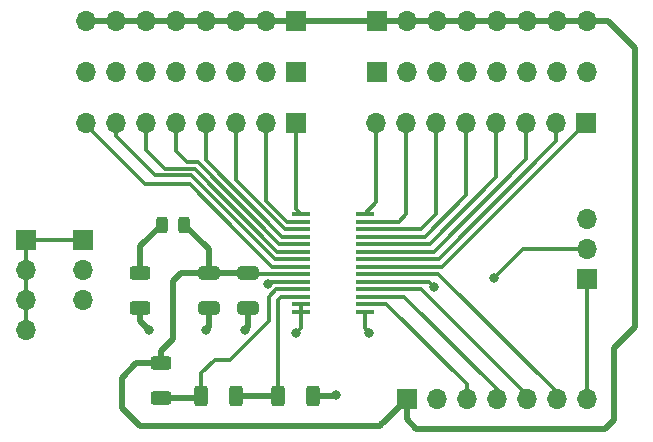
<source format=gbr>
%TF.GenerationSoftware,KiCad,Pcbnew,7.0.9*%
%TF.CreationDate,2023-12-10T22:34:59+01:00*%
%TF.ProjectId,LTC2439-Evaluation-board,4c544332-3433-4392-9d45-76616c756174,rev?*%
%TF.SameCoordinates,Original*%
%TF.FileFunction,Copper,L1,Top*%
%TF.FilePolarity,Positive*%
%FSLAX46Y46*%
G04 Gerber Fmt 4.6, Leading zero omitted, Abs format (unit mm)*
G04 Created by KiCad (PCBNEW 7.0.9) date 2023-12-10 22:34:59*
%MOMM*%
%LPD*%
G01*
G04 APERTURE LIST*
G04 Aperture macros list*
%AMRoundRect*
0 Rectangle with rounded corners*
0 $1 Rounding radius*
0 $2 $3 $4 $5 $6 $7 $8 $9 X,Y pos of 4 corners*
0 Add a 4 corners polygon primitive as box body*
4,1,4,$2,$3,$4,$5,$6,$7,$8,$9,$2,$3,0*
0 Add four circle primitives for the rounded corners*
1,1,$1+$1,$2,$3*
1,1,$1+$1,$4,$5*
1,1,$1+$1,$6,$7*
1,1,$1+$1,$8,$9*
0 Add four rect primitives between the rounded corners*
20,1,$1+$1,$2,$3,$4,$5,0*
20,1,$1+$1,$4,$5,$6,$7,0*
20,1,$1+$1,$6,$7,$8,$9,0*
20,1,$1+$1,$8,$9,$2,$3,0*%
G04 Aperture macros list end*
%TA.AperFunction,SMDPad,CuDef*%
%ADD10RoundRect,0.250000X-0.650000X0.325000X-0.650000X-0.325000X0.650000X-0.325000X0.650000X0.325000X0*%
%TD*%
%TA.AperFunction,ComponentPad*%
%ADD11R,1.700000X1.700000*%
%TD*%
%TA.AperFunction,ComponentPad*%
%ADD12O,1.700000X1.700000*%
%TD*%
%TA.AperFunction,SMDPad,CuDef*%
%ADD13RoundRect,0.250000X-0.312500X-0.625000X0.312500X-0.625000X0.312500X0.625000X-0.312500X0.625000X0*%
%TD*%
%TA.AperFunction,SMDPad,CuDef*%
%ADD14RoundRect,0.250000X-0.625000X0.312500X-0.625000X-0.312500X0.625000X-0.312500X0.625000X0.312500X0*%
%TD*%
%TA.AperFunction,SMDPad,CuDef*%
%ADD15R,1.526000X0.435000*%
%TD*%
%TA.AperFunction,SMDPad,CuDef*%
%ADD16RoundRect,0.243750X-0.243750X-0.456250X0.243750X-0.456250X0.243750X0.456250X-0.243750X0.456250X0*%
%TD*%
%TA.AperFunction,ViaPad*%
%ADD17C,0.800000*%
%TD*%
%TA.AperFunction,Conductor*%
%ADD18C,0.500000*%
%TD*%
%TA.AperFunction,Conductor*%
%ADD19C,0.300000*%
%TD*%
G04 APERTURE END LIST*
D10*
%TO.P,C1,1*%
%TO.N,VCC*%
X123952000Y-85647000D03*
%TO.P,C1,2*%
%TO.N,GND*%
X123952000Y-88597000D03*
%TD*%
D11*
%TO.P,J4,1,Pin_1*%
%TO.N,VCC*%
X131318000Y-64262000D03*
D12*
%TO.P,J4,2,Pin_2*%
X128778000Y-64262000D03*
%TO.P,J4,3,Pin_3*%
X126238000Y-64262000D03*
%TO.P,J4,4,Pin_4*%
X123698000Y-64262000D03*
%TO.P,J4,5,Pin_5*%
X121158000Y-64262000D03*
%TO.P,J4,6,Pin_6*%
X118618000Y-64262000D03*
%TO.P,J4,7,Pin_7*%
X116078000Y-64262000D03*
%TO.P,J4,8,Pin_8*%
X113538000Y-64262000D03*
%TD*%
D13*
%TO.P,R2,1*%
%TO.N,REF+*%
X123313000Y-96012000D03*
%TO.P,R2,2*%
%TO.N,REF-*%
X126238000Y-96012000D03*
%TD*%
D11*
%TO.P,J3,1,Pin_1*%
%TO.N,CH0*%
X155941000Y-72898000D03*
D12*
%TO.P,J3,2,Pin_2*%
%TO.N,CH1*%
X153401000Y-72898000D03*
%TO.P,J3,3,Pin_3*%
%TO.N,CH2*%
X150861000Y-72898000D03*
%TO.P,J3,4,Pin_4*%
%TO.N,CH3*%
X148321000Y-72898000D03*
%TO.P,J3,5,Pin_5*%
%TO.N,CH4*%
X145781000Y-72898000D03*
%TO.P,J3,6,Pin_6*%
%TO.N,CH5*%
X143241000Y-72898000D03*
%TO.P,J3,7,Pin_7*%
%TO.N,CH6*%
X140701000Y-72898000D03*
%TO.P,J3,8,Pin_8*%
%TO.N,CH7*%
X138161000Y-72898000D03*
%TD*%
D11*
%TO.P,J10,1,Pin_1*%
%TO.N,Net-(J1-Pin_1)*%
X113284000Y-82804000D03*
D12*
%TO.P,J10,2,Pin_2*%
%TO.N,COM*%
X113284000Y-85344000D03*
%TO.P,J10,3,Pin_3*%
%TO.N,GND*%
X113284000Y-87884000D03*
%TD*%
D11*
%TO.P,J1,1,Pin_1*%
%TO.N,Net-(J1-Pin_1)*%
X108458000Y-82814000D03*
D12*
%TO.P,J1,2,Pin_2*%
X108458000Y-85354000D03*
%TO.P,J1,3,Pin_3*%
X108458000Y-87894000D03*
%TO.P,J1,4,Pin_4*%
X108458000Y-90434000D03*
%TD*%
D14*
%TO.P,R1,1*%
%TO.N,VCC*%
X119949500Y-93279500D03*
%TO.P,R1,2*%
%TO.N,REF+*%
X119949500Y-96204500D03*
%TD*%
D10*
%TO.P,C2,1*%
%TO.N,VCC*%
X127254000Y-85647000D03*
%TO.P,C2,2*%
%TO.N,GND*%
X127254000Y-88597000D03*
%TD*%
D15*
%TO.P,LTC2439,1,CH8*%
%TO.N,CH8*%
X131736000Y-80644000D03*
%TO.P,LTC2439,2,CH9*%
%TO.N,CH9*%
X131736000Y-81280000D03*
%TO.P,LTC2439,3,CH10*%
%TO.N,CH10*%
X131736000Y-81914000D03*
%TO.P,LTC2439,4,CH11*%
%TO.N,CH11*%
X131736000Y-82550000D03*
%TO.P,LTC2439,5,CH12*%
%TO.N,CH12*%
X131736000Y-83184000D03*
%TO.P,LTC2439,6,CH13*%
%TO.N,CH13*%
X131736000Y-83820000D03*
%TO.P,LTC2439,7,CH14*%
%TO.N,CH14*%
X131736000Y-84454000D03*
%TO.P,LTC2439,8,CH15*%
%TO.N,CH15*%
X131736000Y-85090000D03*
%TO.P,LTC2439,9,VCC*%
%TO.N,VCC*%
X131736000Y-85724000D03*
%TO.P,LTC2439,10,COM*%
%TO.N,COM*%
X131736000Y-86360000D03*
%TO.P,LTC2439,11,REF+*%
%TO.N,REF+*%
X131736000Y-86994000D03*
%TO.P,LTC2439,12,REF-*%
%TO.N,REF-*%
X131736000Y-87630000D03*
%TO.P,LTC2439,13,NC_1*%
%TO.N,GND*%
X131736000Y-88264000D03*
%TO.P,LTC2439,14,NC_2*%
X131736000Y-88900000D03*
%TO.P,LTC2439,15,GND*%
X137160000Y-88900000D03*
%TO.P,LTC2439,16,~{CS}*%
%TO.N,CS*%
X137160000Y-88264000D03*
%TO.P,LTC2439,17,SDO*%
%TO.N,MISO*%
X137160000Y-87630000D03*
%TO.P,LTC2439,18,SCK*%
%TO.N,SCK*%
X137160000Y-86994000D03*
%TO.P,LTC2439,19,FO*%
%TO.N,Net-(J5-Pin_2)*%
X137160000Y-86360000D03*
%TO.P,LTC2439,20,SDI*%
%TO.N,MOSI*%
X137160000Y-85724000D03*
%TO.P,LTC2439,21,CH0*%
%TO.N,CH0*%
X137160000Y-85090000D03*
%TO.P,LTC2439,22,CH1*%
%TO.N,CH1*%
X137160000Y-84454000D03*
%TO.P,LTC2439,23,CH2*%
%TO.N,CH2*%
X137160000Y-83820000D03*
%TO.P,LTC2439,24,CH3*%
%TO.N,CH3*%
X137160000Y-83184000D03*
%TO.P,LTC2439,25,CH4*%
%TO.N,CH4*%
X137160000Y-82550000D03*
%TO.P,LTC2439,26,CH5*%
%TO.N,CH5*%
X137160000Y-81914000D03*
%TO.P,LTC2439,27,CH6*%
%TO.N,CH6*%
X137160000Y-81280000D03*
%TO.P,LTC2439,28,CH7*%
%TO.N,CH7*%
X137160000Y-80644000D03*
%TD*%
D12*
%TO.P,J9,7,Pin_7*%
%TO.N,F0*%
X155951000Y-96266000D03*
%TO.P,J9,6,Pin_6*%
%TO.N,MOSI*%
X153411000Y-96266000D03*
%TO.P,J9,5,Pin_5*%
%TO.N,SCK*%
X150871000Y-96266000D03*
%TO.P,J9,4,Pin_4*%
%TO.N,MISO*%
X148331000Y-96266000D03*
%TO.P,J9,3,Pin_3*%
%TO.N,CS*%
X145791000Y-96266000D03*
%TO.P,J9,2,Pin_2*%
%TO.N,GND*%
X143251000Y-96266000D03*
D11*
%TO.P,J9,1,Pin_1*%
%TO.N,VCC*%
X140711000Y-96266000D03*
%TD*%
%TO.P,J6,1,Pin_1*%
%TO.N,VCC*%
X138176000Y-64262000D03*
D12*
%TO.P,J6,2,Pin_2*%
X140716000Y-64262000D03*
%TO.P,J6,3,Pin_3*%
X143256000Y-64262000D03*
%TO.P,J6,4,Pin_4*%
X145796000Y-64262000D03*
%TO.P,J6,5,Pin_5*%
X148336000Y-64262000D03*
%TO.P,J6,6,Pin_6*%
X150876000Y-64262000D03*
%TO.P,J6,7,Pin_7*%
X153416000Y-64262000D03*
%TO.P,J6,8,Pin_8*%
X155956000Y-64262000D03*
%TD*%
D11*
%TO.P,J7,1,Pin_1*%
%TO.N,GND*%
X131318000Y-68580000D03*
D12*
%TO.P,J7,2,Pin_2*%
X128778000Y-68580000D03*
%TO.P,J7,3,Pin_3*%
X126238000Y-68580000D03*
%TO.P,J7,4,Pin_4*%
X123698000Y-68580000D03*
%TO.P,J7,5,Pin_5*%
X121158000Y-68580000D03*
%TO.P,J7,6,Pin_6*%
X118618000Y-68580000D03*
%TO.P,J7,7,Pin_7*%
X116078000Y-68580000D03*
%TO.P,J7,8,Pin_8*%
X113538000Y-68580000D03*
%TD*%
D11*
%TO.P,J2,1,Pin_1*%
%TO.N,CH8*%
X131318000Y-72898000D03*
D12*
%TO.P,J2,2,Pin_2*%
%TO.N,CH9*%
X128778000Y-72898000D03*
%TO.P,J2,3,Pin_3*%
%TO.N,CH10*%
X126238000Y-72898000D03*
%TO.P,J2,4,Pin_4*%
%TO.N,CH11*%
X123698000Y-72898000D03*
%TO.P,J2,5,Pin_5*%
%TO.N,CH12*%
X121158000Y-72898000D03*
%TO.P,J2,6,Pin_6*%
%TO.N,CH13*%
X118618000Y-72898000D03*
%TO.P,J2,7,Pin_7*%
%TO.N,CH14*%
X116078000Y-72898000D03*
%TO.P,J2,8,Pin_8*%
%TO.N,CH15*%
X113538000Y-72898000D03*
%TD*%
D11*
%TO.P,J5,1,Pin_1*%
%TO.N,F0*%
X155956000Y-86106000D03*
D12*
%TO.P,J5,2,Pin_2*%
%TO.N,Net-(J5-Pin_2)*%
X155956000Y-83566000D03*
%TO.P,J5,3,Pin_3*%
%TO.N,GND*%
X155956000Y-81026000D03*
%TD*%
D16*
%TO.P,D1,1,K*%
%TO.N,Net-(D1-K)*%
X119966500Y-81534000D03*
%TO.P,D1,2,A*%
%TO.N,VCC*%
X121841500Y-81534000D03*
%TD*%
D11*
%TO.P,J8,1,Pin_1*%
%TO.N,GND*%
X138176000Y-68580000D03*
D12*
%TO.P,J8,2,Pin_2*%
X140716000Y-68580000D03*
%TO.P,J8,3,Pin_3*%
X143256000Y-68580000D03*
%TO.P,J8,4,Pin_4*%
X145796000Y-68580000D03*
%TO.P,J8,5,Pin_5*%
X148336000Y-68580000D03*
%TO.P,J8,6,Pin_6*%
X150876000Y-68580000D03*
%TO.P,J8,7,Pin_7*%
X153416000Y-68580000D03*
%TO.P,J8,8,Pin_8*%
X155956000Y-68580000D03*
%TD*%
D13*
%TO.P,R3,1*%
%TO.N,REF-*%
X129855500Y-96012000D03*
%TO.P,R3,2*%
%TO.N,GND*%
X132780500Y-96012000D03*
%TD*%
D14*
%TO.P,R4,1*%
%TO.N,Net-(D1-K)*%
X118110000Y-85659500D03*
%TO.P,R4,2*%
%TO.N,GND*%
X118110000Y-88584500D03*
%TD*%
D17*
%TO.N,COM*%
X128950000Y-86550000D03*
%TO.N,GND*%
X137525000Y-90700000D03*
X118872000Y-90424000D03*
X134750000Y-95975000D03*
X123698000Y-90424000D03*
X127000000Y-90424000D03*
X131325000Y-90725000D03*
%TO.N,Net-(J5-Pin_2)*%
X148075000Y-86025000D03*
X143075000Y-86850000D03*
%TD*%
D18*
%TO.N,VCC*%
X121603000Y-85647000D02*
X123952000Y-85647000D01*
X120970000Y-86280000D02*
X121603000Y-85647000D01*
X120970000Y-91230000D02*
X120970000Y-86280000D01*
X119949500Y-92250500D02*
X120970000Y-91230000D01*
X119949500Y-93279500D02*
X119949500Y-92250500D01*
X140711000Y-96266000D02*
X140711000Y-98039000D01*
X155956000Y-64262000D02*
X153416000Y-64262000D01*
X158242000Y-91948000D02*
X160020000Y-90170000D01*
X138677000Y-98300000D02*
X138675000Y-98300000D01*
X123952000Y-85647000D02*
X127254000Y-85647000D01*
X126238000Y-64262000D02*
X128778000Y-64262000D01*
X148336000Y-64262000D02*
X150876000Y-64262000D01*
X117794500Y-93279500D02*
X119949500Y-93279500D01*
X116586000Y-94488000D02*
X117794500Y-93279500D01*
X140711000Y-96266000D02*
X138677000Y-98300000D01*
X160020000Y-90170000D02*
X160020000Y-66548000D01*
X138176000Y-64262000D02*
X140716000Y-64262000D01*
X140716000Y-64262000D02*
X143256000Y-64262000D01*
X118110000Y-98552000D02*
X116586000Y-97028000D01*
X160020000Y-66548000D02*
X157734000Y-64262000D01*
X116078000Y-64262000D02*
X118618000Y-64262000D01*
X138675000Y-98300000D02*
X138423000Y-98552000D01*
X150876000Y-64262000D02*
X153416000Y-64262000D01*
X158242000Y-98044000D02*
X158242000Y-91948000D01*
D19*
X127331000Y-85724000D02*
X127254000Y-85647000D01*
D18*
X143256000Y-64262000D02*
X145796000Y-64262000D01*
X157734000Y-64262000D02*
X155956000Y-64262000D01*
X148336000Y-64262000D02*
X145796000Y-64262000D01*
X157480000Y-98806000D02*
X158242000Y-98044000D01*
X140711000Y-98039000D02*
X141478000Y-98806000D01*
X121158000Y-64262000D02*
X123698000Y-64262000D01*
X123698000Y-64262000D02*
X126238000Y-64262000D01*
X123952000Y-85647000D02*
X123952000Y-83644500D01*
X131318000Y-64262000D02*
X138176000Y-64262000D01*
X113538000Y-64262000D02*
X116078000Y-64262000D01*
X141478000Y-98806000D02*
X157480000Y-98806000D01*
D19*
X131736000Y-85724000D02*
X127331000Y-85724000D01*
D18*
X118618000Y-64262000D02*
X121158000Y-64262000D01*
X123952000Y-83644500D02*
X121841500Y-81534000D01*
X138423000Y-98552000D02*
X118110000Y-98552000D01*
X128778000Y-64262000D02*
X131318000Y-64262000D01*
X116586000Y-97028000D02*
X116586000Y-94488000D01*
%TO.N,REF-*%
X126238000Y-96012000D02*
X129855500Y-96012000D01*
D19*
X129794000Y-87884000D02*
X129794000Y-94742000D01*
X130048000Y-87630000D02*
X129794000Y-87884000D01*
X129855500Y-94803500D02*
X129855500Y-96012000D01*
X129794000Y-94742000D02*
X129855500Y-94803500D01*
X131736000Y-87630000D02*
X130048000Y-87630000D01*
%TO.N,CH8*%
X131318000Y-80226000D02*
X131736000Y-80644000D01*
X131318000Y-72898000D02*
X131318000Y-80226000D01*
%TO.N,CH9*%
X128778000Y-72898000D02*
X128778000Y-79502000D01*
X130556000Y-81280000D02*
X131736000Y-81280000D01*
X128778000Y-79502000D02*
X130556000Y-81280000D01*
%TO.N,CH10*%
X126238000Y-77738000D02*
X126238000Y-72898000D01*
X130414000Y-81914000D02*
X126238000Y-77738000D01*
X131736000Y-81914000D02*
X130414000Y-81914000D01*
%TO.N,CH11*%
X123698000Y-76072000D02*
X123698000Y-72898000D01*
X130176000Y-82550000D02*
X123698000Y-76072000D01*
X131736000Y-82550000D02*
X130176000Y-82550000D01*
%TO.N,CH12*%
X123025000Y-76275000D02*
X122100000Y-76275000D01*
X121158000Y-75333000D02*
X121158000Y-72898000D01*
X122100000Y-76275000D02*
X121158000Y-75333000D01*
X131736000Y-83184000D02*
X129934000Y-83184000D01*
X129934000Y-83184000D02*
X123025000Y-76275000D01*
%TO.N,CH13*%
X120300000Y-76875000D02*
X118618000Y-75193000D01*
X122800000Y-76875000D02*
X120300000Y-76875000D01*
X118618000Y-75193000D02*
X118618000Y-72898000D01*
X131736000Y-83820000D02*
X129745000Y-83820000D01*
X129745000Y-83820000D02*
X122800000Y-76875000D01*
%TO.N,CH14*%
X122475000Y-77375000D02*
X119425000Y-77375000D01*
X116078000Y-74028000D02*
X116078000Y-72898000D01*
X131736000Y-84454000D02*
X129554000Y-84454000D01*
X119425000Y-77375000D02*
X116078000Y-74028000D01*
X129554000Y-84454000D02*
X122475000Y-77375000D01*
%TO.N,CH15*%
X131736000Y-85090000D02*
X129313000Y-85090000D01*
X126646000Y-82421000D02*
X122350000Y-78125000D01*
X126646000Y-82423000D02*
X126646000Y-82421000D01*
X129313000Y-85090000D02*
X126646000Y-82423000D01*
X118575000Y-78125000D02*
X113538000Y-73088000D01*
X113538000Y-73088000D02*
X113538000Y-72898000D01*
X122350000Y-78125000D02*
X118575000Y-78125000D01*
%TO.N,COM*%
X128950000Y-86550000D02*
X129140000Y-86360000D01*
X129140000Y-86360000D02*
X131736000Y-86360000D01*
%TO.N,REF+*%
X129032000Y-89662000D02*
X125730000Y-92964000D01*
D18*
X119949500Y-96204500D02*
X123120500Y-96204500D01*
D19*
X123313000Y-94111000D02*
X123313000Y-96012000D01*
X129032000Y-87630000D02*
X129032000Y-89662000D01*
D18*
X123120500Y-96204500D02*
X123313000Y-96012000D01*
D19*
X129668000Y-86994000D02*
X129032000Y-87630000D01*
X125730000Y-92964000D02*
X124460000Y-92964000D01*
X124460000Y-92964000D02*
X123313000Y-94111000D01*
X131736000Y-86994000D02*
X129668000Y-86994000D01*
%TO.N,CS*%
X138991081Y-88264000D02*
X137160000Y-88264000D01*
X145791000Y-96266000D02*
X145791000Y-95063919D01*
X145791000Y-95063919D02*
X138991081Y-88264000D01*
%TO.N,MISO*%
X140505000Y-87630000D02*
X148331000Y-95456000D01*
X148331000Y-95456000D02*
X148331000Y-96266000D01*
X137160000Y-87630000D02*
X140505000Y-87630000D01*
%TO.N,SCK*%
X150871000Y-96266000D02*
X150871000Y-95946000D01*
X141919000Y-86994000D02*
X137160000Y-86994000D01*
X150871000Y-95946000D02*
X141919000Y-86994000D01*
%TO.N,MOSI*%
X153411000Y-95736000D02*
X143399000Y-85724000D01*
X153411000Y-96266000D02*
X153411000Y-95736000D01*
X143399000Y-85724000D02*
X137160000Y-85724000D01*
%TO.N,CH0*%
X155941000Y-72898000D02*
X143749000Y-85090000D01*
X143749000Y-85090000D02*
X137160000Y-85090000D01*
%TO.N,CH1*%
X153401000Y-74474000D02*
X143421000Y-84454000D01*
X153401000Y-72898000D02*
X153401000Y-74474000D01*
X143421000Y-84454000D02*
X137160000Y-84454000D01*
%TO.N,CH2*%
X150861000Y-72898000D02*
X150861000Y-75989000D01*
X150861000Y-75989000D02*
X143030000Y-83820000D01*
X143030000Y-83820000D02*
X137160000Y-83820000D01*
%TO.N,CH3*%
X148321000Y-77529000D02*
X142666000Y-83184000D01*
X142666000Y-83184000D02*
X137160000Y-83184000D01*
X148321000Y-72898000D02*
X148321000Y-77529000D01*
%TO.N,CH4*%
X145781000Y-72898000D02*
X145781000Y-79069000D01*
X142300000Y-82550000D02*
X137160000Y-82550000D01*
X145781000Y-79069000D02*
X142300000Y-82550000D01*
%TO.N,CH5*%
X143241000Y-80634000D02*
X141961000Y-81914000D01*
X143241000Y-72898000D02*
X143241000Y-80634000D01*
X141961000Y-81914000D02*
X137160000Y-81914000D01*
%TO.N,CH6*%
X140701000Y-72898000D02*
X140701000Y-80624000D01*
X140701000Y-80624000D02*
X140045000Y-81280000D01*
X140045000Y-81280000D02*
X137160000Y-81280000D01*
%TO.N,CH7*%
X138161000Y-72898000D02*
X138161000Y-79643000D01*
X138161000Y-79643000D02*
X137160000Y-80644000D01*
%TO.N,F0*%
X155951000Y-86111000D02*
X155956000Y-86106000D01*
X155951000Y-96266000D02*
X155951000Y-86111000D01*
D18*
%TO.N,GND*%
X127254000Y-90170000D02*
X127254000Y-88597000D01*
D19*
X131736000Y-88900000D02*
X131736000Y-90314000D01*
X137160000Y-88900000D02*
X137160000Y-90335000D01*
D18*
X134713000Y-96012000D02*
X134750000Y-95975000D01*
X123698000Y-90424000D02*
X123952000Y-90170000D01*
D19*
X137160000Y-90335000D02*
X137525000Y-90700000D01*
D18*
X123952000Y-90170000D02*
X123952000Y-88597000D01*
X118110000Y-89662000D02*
X118872000Y-90424000D01*
X118110000Y-88584500D02*
X118110000Y-89662000D01*
X127000000Y-90424000D02*
X127254000Y-90170000D01*
X132780500Y-96012000D02*
X134713000Y-96012000D01*
D19*
X131736000Y-88264000D02*
X131736000Y-88900000D01*
X131736000Y-90314000D02*
X131325000Y-90725000D01*
D18*
%TO.N,Net-(D1-K)*%
X118110000Y-83390500D02*
X119966500Y-81534000D01*
X118110000Y-85659500D02*
X118110000Y-83390500D01*
D19*
%TO.N,Net-(J1-Pin_1)*%
X108458000Y-90434000D02*
X108458000Y-87894000D01*
X108458000Y-82814000D02*
X113274000Y-82814000D01*
X108458000Y-85354000D02*
X108458000Y-82814000D01*
X113274000Y-82814000D02*
X113284000Y-82804000D01*
X108458000Y-87894000D02*
X108458000Y-85354000D01*
%TO.N,Net-(J5-Pin_2)*%
X148075000Y-86025000D02*
X150534000Y-83566000D01*
X137160000Y-86360000D02*
X142585000Y-86360000D01*
X142585000Y-86360000D02*
X143075000Y-86850000D01*
X150534000Y-83566000D02*
X155956000Y-83566000D01*
%TD*%
M02*

</source>
